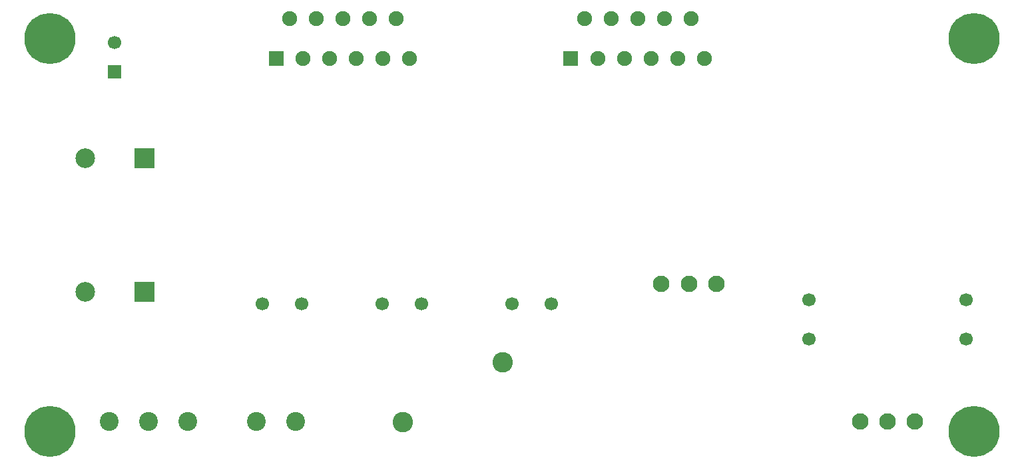
<source format=gbr>
%TF.GenerationSoftware,KiCad,Pcbnew,(5.1.6-0)*%
%TF.CreationDate,2023-07-03T12:35:29-07:00*%
%TF.ProjectId,LM3886x2_inv_bal_servo,4c4d3338-3836-4783-925f-696e765f6261,rev?*%
%TF.SameCoordinates,Original*%
%TF.FileFunction,Soldermask,Bot*%
%TF.FilePolarity,Negative*%
%FSLAX46Y46*%
G04 Gerber Fmt 4.6, Leading zero omitted, Abs format (unit mm)*
G04 Created by KiCad (PCBNEW (5.1.6-0)) date 2023-07-03 12:35:29*
%MOMM*%
%LPD*%
G01*
G04 APERTURE LIST*
%ADD10C,0.900000*%
%ADD11C,6.500000*%
%ADD12O,1.900000X1.900000*%
%ADD13R,1.900000X1.900000*%
%ADD14C,2.600000*%
%ADD15C,2.100000*%
%ADD16C,2.400000*%
%ADD17C,1.700000*%
%ADD18R,1.700000X1.700000*%
%ADD19C,2.500000*%
%ADD20R,2.500000X2.500000*%
G04 APERTURE END LIST*
D10*
%TO.C,H4*%
X180447056Y-54552944D03*
X178750000Y-53850000D03*
X177052944Y-54552944D03*
X176350000Y-56250000D03*
X177052944Y-57947056D03*
X178750000Y-58650000D03*
X180447056Y-57947056D03*
X181150000Y-56250000D03*
D11*
X178750000Y-56250000D03*
%TD*%
D10*
%TO.C,H3*%
X62947056Y-54552944D03*
X61250000Y-53850000D03*
X59552944Y-54552944D03*
X58850000Y-56250000D03*
X59552944Y-57947056D03*
X61250000Y-58650000D03*
X62947056Y-57947056D03*
X63650000Y-56250000D03*
D11*
X61250000Y-56250000D03*
%TD*%
D10*
%TO.C,H2*%
X180447056Y-104552944D03*
X178750000Y-103850000D03*
X177052944Y-104552944D03*
X176350000Y-106250000D03*
X177052944Y-107947056D03*
X178750000Y-108650000D03*
X180447056Y-107947056D03*
X181150000Y-106250000D03*
D11*
X178750000Y-106250000D03*
%TD*%
D10*
%TO.C,H1*%
X62947056Y-104552944D03*
X61250000Y-103850000D03*
X59552944Y-104552944D03*
X58850000Y-106250000D03*
X59552944Y-107947056D03*
X61250000Y-108650000D03*
X62947056Y-107947056D03*
X63650000Y-106250000D03*
D11*
X61250000Y-106250000D03*
%TD*%
D12*
%TO.C,U5*%
X107000000Y-58750000D03*
X105300000Y-53670000D03*
X103600000Y-58750000D03*
X101900000Y-53670000D03*
X100200000Y-58750000D03*
X98500000Y-53670000D03*
X96800000Y-58750000D03*
X95100000Y-53670000D03*
X93400000Y-58750000D03*
X91700000Y-53670000D03*
D13*
X90000000Y-58750000D03*
%TD*%
D12*
%TO.C,U4*%
X144500000Y-58750000D03*
X142800000Y-53670000D03*
X141100000Y-58750000D03*
X139400000Y-53670000D03*
X137700000Y-58750000D03*
X136000000Y-53670000D03*
X134300000Y-58750000D03*
X132600000Y-53670000D03*
X130900000Y-58750000D03*
X129200000Y-53670000D03*
D13*
X127500000Y-58750000D03*
%TD*%
D14*
%TO.C,L1*%
X106150000Y-105060000D03*
X118850000Y-97440000D03*
%TD*%
D15*
%TO.C,J4*%
X146000000Y-87500000D03*
X142500000Y-87500000D03*
X139000000Y-87500000D03*
%TD*%
D16*
%TO.C,J3*%
X78750000Y-105000000D03*
X73750000Y-105000000D03*
X68750000Y-105000000D03*
%TD*%
%TO.C,J2*%
X92500000Y-105000000D03*
X87500000Y-105000000D03*
%TD*%
D15*
%TO.C,J1*%
X171250000Y-105000000D03*
X167750000Y-105000000D03*
X164250000Y-105000000D03*
%TD*%
D17*
%TO.C,C20*%
X88250000Y-90000000D03*
X93250000Y-90000000D03*
%TD*%
%TO.C,C19*%
X108500000Y-90000000D03*
X103500000Y-90000000D03*
%TD*%
%TO.C,C18*%
X120000000Y-90000000D03*
X125000000Y-90000000D03*
%TD*%
%TO.C,C17*%
X69500000Y-56700000D03*
D18*
X69500000Y-60500000D03*
%TD*%
D17*
%TO.C,C16*%
X177750000Y-94500000D03*
X177750000Y-89500000D03*
%TD*%
%TO.C,C15*%
X157750000Y-94500000D03*
X157750000Y-89500000D03*
%TD*%
D19*
%TO.C,C12*%
X65750000Y-71500000D03*
D20*
X73250000Y-71500000D03*
%TD*%
D19*
%TO.C,C11*%
X65750000Y-88500000D03*
D20*
X73250000Y-88500000D03*
%TD*%
M02*

</source>
